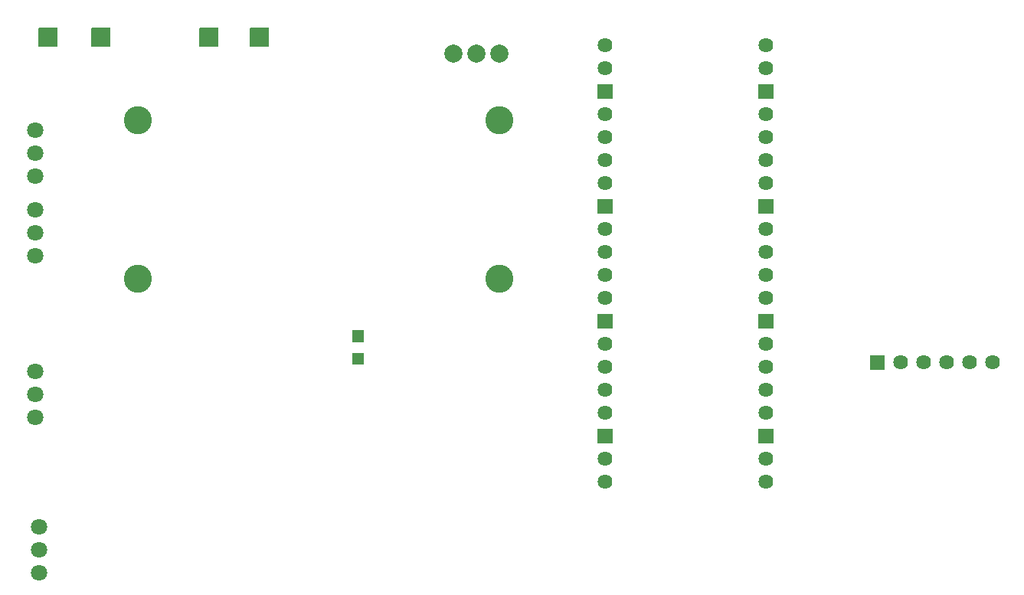
<source format=gbs>
G04 Layer: BottomSolderMaskLayer*
G04 EasyEDA v6.5.9, 2022-08-08 08:54:15*
G04 dbf975fc70ca49248872ab73744ea534,d11c6626c55947548156d30ff75eed07,10*
G04 Gerber Generator version 0.2*
G04 Scale: 100 percent, Rotated: No, Reflected: No *
G04 Dimensions in millimeters *
G04 leading zeros omitted , absolute positions ,4 integer and 5 decimal *
%FSLAX45Y45*%
%MOMM*%

%ADD10C,1.6256*%
%ADD11C,1.8016*%
%ADD12C,3.1016*%
%ADD13C,2.0032*%

%LPD*%
G36*
X9702774Y2827012D02*
G01*
X9701250Y2827266D01*
X9699726Y2828028D01*
X9698710Y2829044D01*
X9697948Y2830568D01*
X9697694Y2832092D01*
X9697720Y2832100D01*
X9697720Y2984500D01*
X9697694Y2984492D01*
X9697948Y2986016D01*
X9698710Y2987540D01*
X9699726Y2988556D01*
X9701250Y2989318D01*
X9702774Y2989572D01*
X9702800Y2989579D01*
X9855200Y2989579D01*
X9855174Y2989572D01*
X9856698Y2989318D01*
X9858222Y2988556D01*
X9859238Y2987540D01*
X9860000Y2986016D01*
X9860254Y2984492D01*
X9860279Y2984500D01*
X9860279Y2832100D01*
X9860254Y2832092D01*
X9860000Y2830568D01*
X9859238Y2829044D01*
X9858222Y2828028D01*
X9856698Y2827266D01*
X9855174Y2827020D01*
X9702800Y2827020D01*
G37*
D10*
G01*
X10032974Y2908300D03*
G01*
X10286974Y2908300D03*
G01*
X10540974Y2908300D03*
G01*
X10794974Y2908300D03*
G01*
X11048974Y2908300D03*
G01*
X6769074Y6413500D03*
G01*
X6769074Y6159500D03*
G36*
X6692879Y5824209D02*
G01*
X6691355Y5824463D01*
X6689831Y5825225D01*
X6688815Y5826241D01*
X6688053Y5827765D01*
X6687799Y5829289D01*
X6687820Y5829300D01*
X6687820Y5981700D01*
X6687799Y5981689D01*
X6688053Y5983213D01*
X6688815Y5984737D01*
X6689831Y5985753D01*
X6691355Y5986515D01*
X6692879Y5986769D01*
X6692900Y5986779D01*
X6845300Y5986779D01*
X6845279Y5986769D01*
X6846803Y5986515D01*
X6848327Y5985753D01*
X6849343Y5984737D01*
X6850105Y5983213D01*
X6850359Y5981689D01*
X6850379Y5981700D01*
X6850379Y5829300D01*
X6850359Y5829289D01*
X6850105Y5827765D01*
X6849343Y5826241D01*
X6848327Y5825225D01*
X6846803Y5824463D01*
X6845279Y5824220D01*
X6692900Y5824220D01*
G37*
G36*
X6692879Y2014209D02*
G01*
X6691355Y2014463D01*
X6689831Y2015225D01*
X6688815Y2016241D01*
X6688053Y2017765D01*
X6687799Y2019289D01*
X6687820Y2019300D01*
X6687820Y2171700D01*
X6687799Y2171689D01*
X6688053Y2173213D01*
X6688815Y2174737D01*
X6689831Y2175753D01*
X6691355Y2176515D01*
X6692879Y2176769D01*
X6692900Y2176779D01*
X6845300Y2176779D01*
X6845279Y2176769D01*
X6846803Y2176515D01*
X6848327Y2175753D01*
X6849343Y2174737D01*
X6850105Y2173213D01*
X6850359Y2171689D01*
X6850379Y2171700D01*
X6850379Y2019300D01*
X6850359Y2019289D01*
X6850105Y2017765D01*
X6849343Y2016241D01*
X6848327Y2015225D01*
X6846803Y2014463D01*
X6845279Y2014220D01*
X6692900Y2014220D01*
G37*
G01*
X6769074Y1841500D03*
G01*
X6769074Y1587500D03*
G01*
X8547074Y1587500D03*
G01*
X8547074Y1841500D03*
G36*
X8470879Y2014209D02*
G01*
X8469355Y2014463D01*
X8467831Y2015225D01*
X8466815Y2016241D01*
X8466053Y2017765D01*
X8465799Y2019289D01*
X8465820Y2019300D01*
X8465820Y2171700D01*
X8465799Y2171689D01*
X8466053Y2173213D01*
X8466815Y2174737D01*
X8467831Y2175753D01*
X8469355Y2176515D01*
X8470879Y2176769D01*
X8470900Y2176779D01*
X8623300Y2176779D01*
X8623279Y2176769D01*
X8624803Y2176515D01*
X8626327Y2175753D01*
X8627343Y2174737D01*
X8628105Y2173213D01*
X8628359Y2171689D01*
X8628379Y2171700D01*
X8628379Y2019300D01*
X8628359Y2019289D01*
X8628105Y2017765D01*
X8627343Y2016241D01*
X8626327Y2015225D01*
X8624803Y2014463D01*
X8623279Y2014220D01*
X8470900Y2014220D01*
G37*
G01*
X8547074Y2349500D03*
G01*
X8547074Y2603500D03*
G01*
X8547074Y2857500D03*
G01*
X8547074Y3111500D03*
G36*
X8470879Y3284209D02*
G01*
X8469355Y3284463D01*
X8467831Y3285225D01*
X8466815Y3286241D01*
X8466053Y3287765D01*
X8465799Y3289289D01*
X8465820Y3289300D01*
X8465820Y3441700D01*
X8465799Y3441689D01*
X8466053Y3443213D01*
X8466815Y3444737D01*
X8467831Y3445753D01*
X8469355Y3446515D01*
X8470879Y3446769D01*
X8470900Y3446779D01*
X8623300Y3446779D01*
X8623279Y3446769D01*
X8624803Y3446515D01*
X8626327Y3445753D01*
X8627343Y3444737D01*
X8628105Y3443213D01*
X8628359Y3441689D01*
X8628379Y3441700D01*
X8628379Y3289300D01*
X8628359Y3289289D01*
X8628105Y3287765D01*
X8627343Y3286241D01*
X8626327Y3285225D01*
X8624803Y3284463D01*
X8623279Y3284220D01*
X8470900Y3284220D01*
G37*
G01*
X8547074Y3619500D03*
G01*
X8547074Y3873500D03*
G01*
X8547074Y4127500D03*
G01*
X8547074Y4381500D03*
G36*
X8470879Y4554209D02*
G01*
X8469355Y4554463D01*
X8467831Y4555225D01*
X8466815Y4556241D01*
X8466053Y4557765D01*
X8465799Y4559289D01*
X8465820Y4559300D01*
X8465820Y4711700D01*
X8465799Y4711689D01*
X8466053Y4713213D01*
X8466815Y4714737D01*
X8467831Y4715753D01*
X8469355Y4716515D01*
X8470879Y4716769D01*
X8470900Y4716779D01*
X8623300Y4716779D01*
X8623279Y4716769D01*
X8624803Y4716515D01*
X8626327Y4715753D01*
X8627343Y4714737D01*
X8628105Y4713213D01*
X8628359Y4711689D01*
X8628379Y4711700D01*
X8628379Y4559300D01*
X8628359Y4559289D01*
X8628105Y4557765D01*
X8627343Y4556241D01*
X8626327Y4555225D01*
X8624803Y4554463D01*
X8623279Y4554220D01*
X8470900Y4554220D01*
G37*
G01*
X8547074Y4889500D03*
G01*
X8547074Y5143500D03*
G01*
X8547074Y5397500D03*
G01*
X8547074Y5651500D03*
G36*
X8470879Y5824209D02*
G01*
X8469355Y5824463D01*
X8467831Y5825225D01*
X8466815Y5826241D01*
X8466053Y5827765D01*
X8465799Y5829289D01*
X8465820Y5829300D01*
X8465820Y5981700D01*
X8465799Y5981689D01*
X8466053Y5983213D01*
X8466815Y5984737D01*
X8467831Y5985753D01*
X8469355Y5986515D01*
X8470879Y5986769D01*
X8470900Y5986779D01*
X8623300Y5986779D01*
X8623279Y5986769D01*
X8624803Y5986515D01*
X8626327Y5985753D01*
X8627343Y5984737D01*
X8628105Y5983213D01*
X8628359Y5981689D01*
X8628379Y5981700D01*
X8628379Y5829300D01*
X8628359Y5829289D01*
X8628105Y5827765D01*
X8627343Y5826241D01*
X8626327Y5825225D01*
X8624803Y5824463D01*
X8623279Y5824220D01*
X8470900Y5824220D01*
G37*
G01*
X8547074Y6159500D03*
G01*
X8547074Y6413500D03*
G01*
X6769074Y5651500D03*
G01*
X6769074Y5397500D03*
G01*
X6769074Y5143500D03*
G01*
X6769074Y4889500D03*
G36*
X6692879Y4554209D02*
G01*
X6691355Y4554463D01*
X6689831Y4555225D01*
X6688815Y4556241D01*
X6688053Y4557765D01*
X6687799Y4559289D01*
X6687820Y4559300D01*
X6687820Y4711700D01*
X6687799Y4711689D01*
X6688053Y4713213D01*
X6688815Y4714737D01*
X6689831Y4715753D01*
X6691355Y4716515D01*
X6692879Y4716769D01*
X6692900Y4716779D01*
X6845300Y4716779D01*
X6845279Y4716769D01*
X6846803Y4716515D01*
X6848327Y4715753D01*
X6849343Y4714737D01*
X6850105Y4713213D01*
X6850359Y4711689D01*
X6850379Y4711700D01*
X6850379Y4559300D01*
X6850359Y4559289D01*
X6850105Y4557765D01*
X6849343Y4556241D01*
X6848327Y4555225D01*
X6846803Y4554463D01*
X6845279Y4554220D01*
X6692900Y4554220D01*
G37*
G01*
X6769074Y4381500D03*
G01*
X6769074Y4127500D03*
G01*
X6769074Y3873500D03*
G01*
X6769074Y3619500D03*
G36*
X6692879Y3284209D02*
G01*
X6691355Y3284463D01*
X6689831Y3285225D01*
X6688815Y3286241D01*
X6688053Y3287765D01*
X6687799Y3289289D01*
X6687820Y3289300D01*
X6687820Y3441700D01*
X6687799Y3441689D01*
X6688053Y3443213D01*
X6688815Y3444737D01*
X6689831Y3445753D01*
X6691355Y3446515D01*
X6692879Y3446769D01*
X6692900Y3446779D01*
X6845300Y3446779D01*
X6845279Y3446769D01*
X6846803Y3446515D01*
X6848327Y3445753D01*
X6849343Y3444737D01*
X6850105Y3443213D01*
X6850359Y3441689D01*
X6850379Y3441700D01*
X6850379Y3289300D01*
X6850359Y3289289D01*
X6850105Y3287765D01*
X6849343Y3286241D01*
X6848327Y3285225D01*
X6846803Y3284463D01*
X6845279Y3284220D01*
X6692900Y3284220D01*
G37*
G01*
X6769074Y3111500D03*
G01*
X6769074Y2857500D03*
G01*
X6769074Y2603500D03*
G01*
X6769074Y2349500D03*
D11*
G01*
X469900Y5473496D03*
G01*
X469900Y5219496D03*
G01*
X469900Y4965496D03*
G01*
X469900Y2806700D03*
G01*
X469900Y2552700D03*
G01*
X469900Y2298700D03*
G01*
X469900Y4597400D03*
G01*
X469900Y4343400D03*
G01*
X469900Y4089400D03*
G01*
X514197Y584200D03*
G01*
X514197Y838200D03*
G01*
X514197Y1092200D03*
G36*
X1093723Y6397244D02*
G01*
X1093795Y6397310D01*
X1092271Y6397564D01*
X1090747Y6398326D01*
X1089731Y6399342D01*
X1088969Y6400866D01*
X1088715Y6402390D01*
X1088644Y6402323D01*
X1088644Y6602476D01*
X1088715Y6602389D01*
X1088969Y6603913D01*
X1089731Y6605437D01*
X1090747Y6606453D01*
X1092271Y6607215D01*
X1093795Y6607469D01*
X1093723Y6607555D01*
X1293876Y6607555D01*
X1293794Y6607469D01*
X1295318Y6607215D01*
X1296842Y6606453D01*
X1297858Y6605437D01*
X1298620Y6603913D01*
X1298874Y6602389D01*
X1298955Y6602476D01*
X1298955Y6402323D01*
X1298874Y6402390D01*
X1298620Y6400866D01*
X1297858Y6399342D01*
X1296842Y6398326D01*
X1295318Y6397564D01*
X1293794Y6397310D01*
X1293876Y6397244D01*
G37*
G36*
X2846324Y6397244D02*
G01*
X2846395Y6397307D01*
X2844871Y6397561D01*
X2843347Y6398323D01*
X2842331Y6399339D01*
X2841569Y6400863D01*
X2841315Y6402387D01*
X2841243Y6402323D01*
X2841243Y6602476D01*
X2841315Y6602387D01*
X2841569Y6603911D01*
X2842331Y6605435D01*
X2843347Y6606451D01*
X2844871Y6607213D01*
X2846395Y6607467D01*
X2846324Y6607555D01*
X3046475Y6607555D01*
X3046394Y6607467D01*
X3047918Y6607213D01*
X3049442Y6606451D01*
X3050458Y6605435D01*
X3051220Y6603911D01*
X3051474Y6602387D01*
X3051556Y6602476D01*
X3051556Y6402323D01*
X3051474Y6402387D01*
X3051220Y6400863D01*
X3050458Y6399339D01*
X3049442Y6398323D01*
X3047918Y6397561D01*
X3046394Y6397307D01*
X3046475Y6397244D01*
G37*
G36*
X3977893Y3132073D02*
G01*
X3978013Y3132195D01*
X3976489Y3132449D01*
X3974965Y3133211D01*
X3973949Y3134227D01*
X3973187Y3135751D01*
X3972933Y3137275D01*
X3972813Y3137154D01*
X3972813Y3258312D01*
X3972933Y3258433D01*
X3973187Y3259957D01*
X3973949Y3261481D01*
X3974965Y3262497D01*
X3976489Y3263259D01*
X3978013Y3263513D01*
X3977893Y3263392D01*
X4099052Y3263392D01*
X4099171Y3263513D01*
X4100695Y3263259D01*
X4102219Y3262497D01*
X4103235Y3261481D01*
X4103997Y3259957D01*
X4104251Y3258433D01*
X4104131Y3258312D01*
X4104131Y3137154D01*
X4104251Y3137275D01*
X4103997Y3135751D01*
X4103235Y3134227D01*
X4102219Y3133211D01*
X4100695Y3132449D01*
X4099171Y3132195D01*
X4099052Y3132073D01*
G37*
G36*
X3977893Y2883154D02*
G01*
X3978013Y2883275D01*
X3976489Y2883529D01*
X3974965Y2884291D01*
X3973949Y2885307D01*
X3973187Y2886831D01*
X3972933Y2888355D01*
X3972813Y2888234D01*
X3972813Y3009392D01*
X3972933Y3009513D01*
X3973187Y3011037D01*
X3973949Y3012561D01*
X3974965Y3013577D01*
X3976489Y3014339D01*
X3978013Y3014593D01*
X3977893Y3014471D01*
X4099052Y3014471D01*
X4099171Y3014593D01*
X4100695Y3014339D01*
X4102219Y3013577D01*
X4103235Y3012561D01*
X4103997Y3011037D01*
X4104251Y3009513D01*
X4104131Y3009392D01*
X4104131Y2888234D01*
X4104251Y2888355D01*
X4103997Y2886831D01*
X4103235Y2885307D01*
X4102219Y2884291D01*
X4100695Y2883529D01*
X4099171Y2883275D01*
X4099052Y2883154D01*
G37*
D12*
G01*
X1600197Y5587989D03*
G01*
X1600197Y3835389D03*
G01*
X5600697Y5587989D03*
G01*
X5600697Y3835389D03*
G36*
X2287524Y6397244D02*
G01*
X2287600Y6397320D01*
X2286076Y6397574D01*
X2284552Y6398336D01*
X2283536Y6399352D01*
X2282774Y6400876D01*
X2282520Y6402400D01*
X2282443Y6402323D01*
X2282443Y6602476D01*
X2282520Y6602399D01*
X2282774Y6603923D01*
X2283536Y6605447D01*
X2284552Y6606463D01*
X2286076Y6607225D01*
X2287600Y6607479D01*
X2287524Y6607555D01*
X2487675Y6607555D01*
X2487599Y6607479D01*
X2489123Y6607225D01*
X2490647Y6606463D01*
X2491663Y6605447D01*
X2492425Y6603923D01*
X2492679Y6602399D01*
X2492756Y6602476D01*
X2492756Y6402323D01*
X2492679Y6402400D01*
X2492425Y6400876D01*
X2491663Y6399352D01*
X2490647Y6398336D01*
X2489123Y6397574D01*
X2487599Y6397320D01*
X2487675Y6397244D01*
G37*
G36*
X509523Y6397244D02*
G01*
X509600Y6397320D01*
X508076Y6397574D01*
X506552Y6398336D01*
X505536Y6399352D01*
X504774Y6400876D01*
X504520Y6402400D01*
X504444Y6402323D01*
X504444Y6602476D01*
X504520Y6602399D01*
X504774Y6603923D01*
X505536Y6605447D01*
X506552Y6606463D01*
X508076Y6607225D01*
X509600Y6607479D01*
X509523Y6607555D01*
X709676Y6607555D01*
X709599Y6607479D01*
X711123Y6607225D01*
X712647Y6606463D01*
X713663Y6605447D01*
X714425Y6603923D01*
X714679Y6602399D01*
X714755Y6602476D01*
X714755Y6402323D01*
X714679Y6402400D01*
X714425Y6400876D01*
X713663Y6399352D01*
X712647Y6398336D01*
X711123Y6397574D01*
X709599Y6397320D01*
X709676Y6397244D01*
G37*
D13*
G01*
X5092689Y6324587D03*
G01*
X5346689Y6324587D03*
G01*
X5600689Y6324587D03*
M02*

</source>
